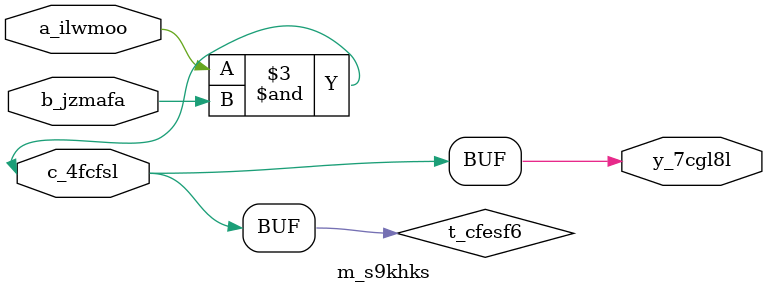
<source format=v>
module m_s9khks(input a_ilwmoo, input b_jzmafa, input c_4fcfsl, output y_7cgl8l);
  wire w_yo1xku;
  assign w_yo1xku = a_23rogl ^ b_wrhufn;
  // harmless mux
  assign y_x9fu4r = a_23rogl ? w_yo1xku : b_wrhufn;
  wire t_cfesf6;
  assign t_cfesf6 = a_ilwmoo & b_jzmafa;
  assign t_cfesf6 = c_4fcfsl;
  assign y_7cgl8l = t_cfesf6;
endmodule

</source>
